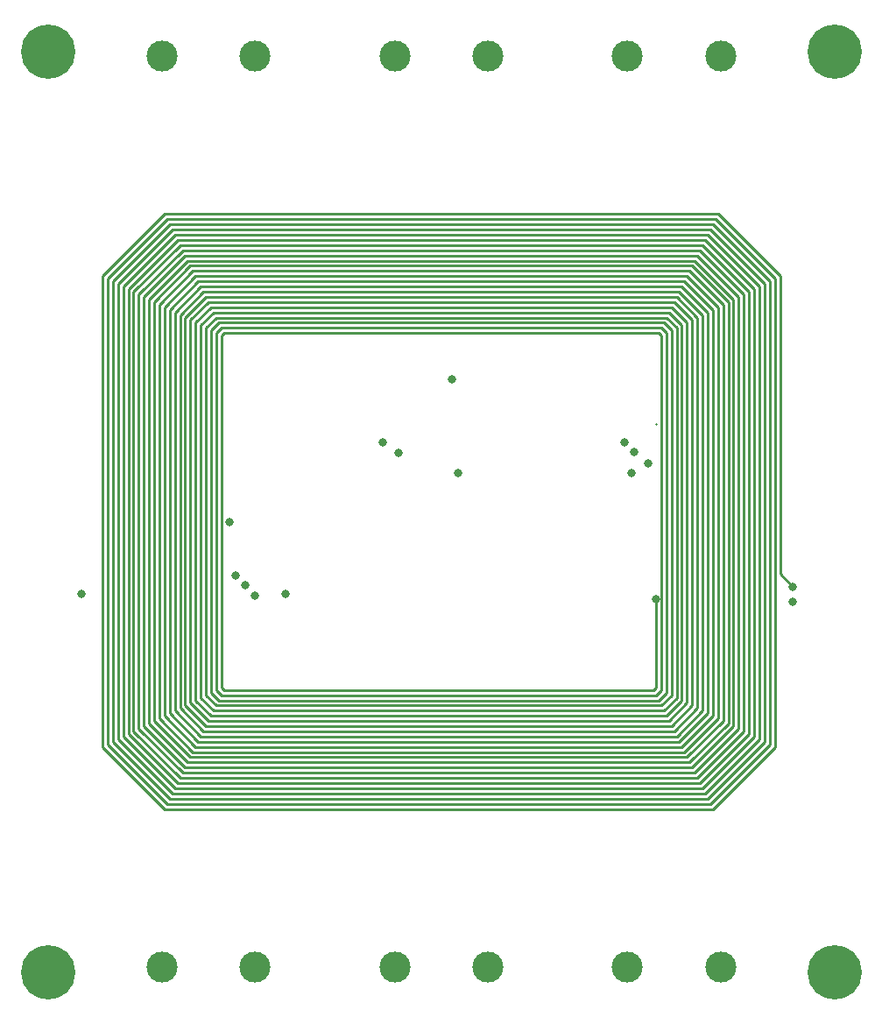
<source format=gbr>
%TF.GenerationSoftware,KiCad,Pcbnew,(5.1.10)-1*%
%TF.CreationDate,2022-06-07T20:51:06-07:00*%
%TF.ProjectId,solar-panel-NoCutout,736f6c61-722d-4706-916e-656c2d4e6f43,1.1*%
%TF.SameCoordinates,Original*%
%TF.FileFunction,Copper,L3,Inr*%
%TF.FilePolarity,Positive*%
%FSLAX46Y46*%
G04 Gerber Fmt 4.6, Leading zero omitted, Abs format (unit mm)*
G04 Created by KiCad (PCBNEW (5.1.10)-1) date 2022-06-07 20:51:06*
%MOMM*%
%LPD*%
G01*
G04 APERTURE LIST*
%TA.AperFunction,ComponentPad*%
%ADD10C,3.000000*%
%TD*%
%TA.AperFunction,ComponentPad*%
%ADD11C,5.250000*%
%TD*%
%TA.AperFunction,ViaPad*%
%ADD12C,0.800000*%
%TD*%
%TA.AperFunction,Conductor*%
%ADD13C,0.250000*%
%TD*%
G04 APERTURE END LIST*
D10*
%TO.N,Net-(D2-Pad2)*%
%TO.C,SC4*%
X117500000Y-70750000D03*
%TO.N,Net-(SC4-Pad2)*%
X126500000Y-70750000D03*
%TD*%
D11*
%TO.N,Net-(J2-Pad1)*%
%TO.C,J2*%
X106500000Y-70300000D03*
%TD*%
%TO.N,Net-(J5-Pad1)*%
%TO.C,J5*%
X182500000Y-159300000D03*
%TD*%
%TO.N,Net-(J4-Pad1)*%
%TO.C,J4*%
X182500000Y-70300000D03*
%TD*%
%TO.N,Net-(J3-Pad1)*%
%TO.C,J3*%
X106500000Y-159300000D03*
%TD*%
D10*
%TO.N,GND*%
%TO.C,SC6*%
X171500000Y-70750000D03*
%TO.N,Net-(SC5-Pad2)*%
X162500000Y-70750000D03*
%TD*%
%TO.N,Net-(SC4-Pad2)*%
%TO.C,SC5*%
X140000000Y-70750000D03*
%TO.N,Net-(SC5-Pad2)*%
X149000000Y-70750000D03*
%TD*%
%TO.N,GND*%
%TO.C,SC3*%
X117500000Y-158750000D03*
%TO.N,Net-(SC2-Pad2)*%
X126500000Y-158750000D03*
%TD*%
%TO.N,Net-(SC2-Pad2)*%
%TO.C,SC2*%
X140000000Y-158750000D03*
%TO.N,Net-(SC1-Pad2)*%
X149000000Y-158750000D03*
%TD*%
%TO.N,Net-(SC1-Pad2)*%
%TO.C,SC1*%
X162500000Y-158750000D03*
%TO.N,Net-(D1-Pad2)*%
X171500000Y-158750000D03*
%TD*%
D12*
%TO.N,GND*%
X124000000Y-115750000D03*
X145500000Y-102000000D03*
X164465000Y-110109000D03*
X109750000Y-122750000D03*
%TO.N,+3V3*%
X162877500Y-110998000D03*
X146113500Y-110998000D03*
X126499999Y-122864501D03*
%TO.N,VSOLAR*%
X129476500Y-122682000D03*
%TO.N,SDA*%
X162177001Y-108075001D03*
X138876499Y-108075001D03*
X124587000Y-120967500D03*
%TO.N,SCL*%
X163131500Y-109029500D03*
X140335000Y-109045000D03*
X125564504Y-121894996D03*
%TO.N,Net-(U2-Pad6)*%
X178500000Y-122000000D03*
X178500000Y-123500000D03*
X165250000Y-123250000D03*
%TD*%
D13*
%TO.N,*%
X165250000Y-106250000D02*
X165250000Y-106250000D01*
%TO.N,Net-(U2-Pad6)*%
X165750000Y-97750000D02*
X165500000Y-97500000D01*
X121750000Y-132500000D02*
X122750000Y-133500000D01*
X166500000Y-95500000D02*
X122500000Y-95500000D01*
X165500000Y-97500000D02*
X123500000Y-97500000D01*
X167750000Y-96750000D02*
X166500000Y-95500000D01*
X121750000Y-97000000D02*
X121750000Y-132500000D01*
X122250000Y-132250000D02*
X123000000Y-133000000D01*
X165250000Y-131750000D02*
X165000000Y-132000000D01*
X121250000Y-96750000D02*
X121250000Y-132750000D01*
X123000000Y-133000000D02*
X165500000Y-133000000D01*
X123500000Y-132000000D02*
X123250000Y-131750000D01*
X166750000Y-97250000D02*
X166000000Y-96500000D01*
X167750000Y-133000000D02*
X167750000Y-96750000D01*
X119250000Y-140500000D02*
X169250000Y-140500000D01*
X123500000Y-132000000D02*
X165000000Y-132000000D01*
X166250000Y-132250000D02*
X166250000Y-97500000D01*
X122250000Y-97250000D02*
X122250000Y-132250000D01*
X165750000Y-97000000D02*
X123250000Y-97000000D01*
X123250000Y-97750000D02*
X123250000Y-131750000D01*
X165750000Y-132000000D02*
X165750000Y-97750000D01*
X165250000Y-132500000D02*
X165750000Y-132000000D01*
X165750000Y-133500000D02*
X166750000Y-132500000D01*
X166000000Y-96500000D02*
X123000000Y-96500000D01*
X122750000Y-96000000D02*
X121750000Y-97000000D01*
X123250000Y-132500000D02*
X165250000Y-132500000D01*
X122750000Y-97500000D02*
X122750000Y-132000000D01*
X122750000Y-132000000D02*
X123250000Y-132500000D01*
X123250000Y-97000000D02*
X122750000Y-97500000D01*
X168750000Y-96250000D02*
X167000000Y-94500000D01*
X166750000Y-132500000D02*
X166750000Y-97250000D01*
X166250000Y-97500000D02*
X165750000Y-97000000D01*
X123500000Y-97500000D02*
X123250000Y-97750000D01*
X165500000Y-133000000D02*
X166250000Y-132250000D01*
X122750000Y-133500000D02*
X165750000Y-133500000D01*
X122250000Y-134500000D02*
X166250000Y-134500000D01*
X123000000Y-96500000D02*
X122250000Y-97250000D01*
X121250000Y-132750000D02*
X122500000Y-134000000D01*
X168250000Y-96500000D02*
X166750000Y-95000000D01*
X167250000Y-97000000D02*
X166250000Y-96000000D01*
X167000000Y-136000000D02*
X169250000Y-133750000D01*
X113750000Y-93000000D02*
X113750000Y-136500000D01*
X167750000Y-137500000D02*
X170750000Y-134500000D01*
X169250000Y-96000000D02*
X167250000Y-94000000D01*
X118000000Y-86500000D02*
X112250000Y-92250000D01*
X174750000Y-93250000D02*
X170000000Y-88500000D01*
X173750000Y-93750000D02*
X169500000Y-89500000D01*
X170000000Y-142000000D02*
X175250000Y-136750000D01*
X113750000Y-136500000D02*
X118750000Y-141500000D01*
X170250000Y-88000000D02*
X118750000Y-88000000D01*
X120250000Y-96250000D02*
X120250000Y-133250000D01*
X114750000Y-136000000D02*
X119250000Y-140500000D01*
X120750000Y-133000000D02*
X122250000Y-134500000D01*
X167250000Y-132750000D02*
X167250000Y-97000000D01*
X122000000Y-135000000D02*
X166500000Y-135000000D01*
X121750000Y-135500000D02*
X166750000Y-135500000D01*
X118250000Y-87000000D02*
X112750000Y-92500000D01*
X169500000Y-141000000D02*
X174250000Y-136250000D01*
X166750000Y-95000000D02*
X122250000Y-95000000D01*
X119000000Y-141000000D02*
X169500000Y-141000000D01*
X175250000Y-93000000D02*
X170250000Y-88000000D01*
X166250000Y-134500000D02*
X167750000Y-133000000D01*
X112750000Y-92500000D02*
X112750000Y-137000000D01*
X167750000Y-93000000D02*
X121250000Y-93000000D01*
X169750000Y-134000000D02*
X169750000Y-95750000D01*
X168750000Y-133500000D02*
X168750000Y-96250000D01*
X170000000Y-88500000D02*
X119000000Y-88500000D01*
X118500000Y-142000000D02*
X170000000Y-142000000D01*
X118750000Y-88000000D02*
X113750000Y-93000000D01*
X119250000Y-89000000D02*
X114750000Y-93500000D01*
X170750000Y-134500000D02*
X170750000Y-95250000D01*
X114250000Y-93250000D02*
X114250000Y-136250000D01*
X122250000Y-95000000D02*
X120750000Y-96500000D01*
X120250000Y-133250000D02*
X122000000Y-135000000D01*
X112250000Y-137250000D02*
X118000000Y-143000000D01*
X174250000Y-136250000D02*
X174250000Y-93500000D01*
X169750000Y-89000000D02*
X119250000Y-89000000D01*
X122500000Y-95500000D02*
X121250000Y-96750000D01*
X118750000Y-141500000D02*
X169750000Y-141500000D01*
X166000000Y-134000000D02*
X167250000Y-132750000D01*
X167250000Y-94000000D02*
X121750000Y-94000000D01*
X174250000Y-93500000D02*
X169750000Y-89000000D01*
X121750000Y-94000000D02*
X119750000Y-96000000D01*
X122000000Y-94500000D02*
X120250000Y-96250000D01*
X122500000Y-134000000D02*
X166000000Y-134000000D01*
X170750000Y-95250000D02*
X168000000Y-92500000D01*
X169250000Y-133750000D02*
X169250000Y-96000000D01*
X166750000Y-135500000D02*
X168750000Y-133500000D01*
X175250000Y-136750000D02*
X175250000Y-93000000D01*
X166250000Y-96000000D02*
X122750000Y-96000000D01*
X114750000Y-93500000D02*
X114750000Y-136000000D01*
X167000000Y-94500000D02*
X122000000Y-94500000D01*
X166500000Y-135000000D02*
X168250000Y-133250000D01*
X119750000Y-96000000D02*
X119750000Y-133500000D01*
X120750000Y-96500000D02*
X120750000Y-133000000D01*
X171250000Y-86000000D02*
X117750000Y-86000000D01*
X168250000Y-133250000D02*
X168250000Y-96500000D01*
X169250000Y-140500000D02*
X173750000Y-136000000D01*
X119750000Y-133500000D02*
X121750000Y-135500000D01*
X167500000Y-137000000D02*
X170250000Y-134250000D01*
X112750000Y-137000000D02*
X118250000Y-142500000D01*
X112250000Y-92250000D02*
X112250000Y-137250000D01*
X173250000Y-135750000D02*
X173250000Y-94000000D01*
X174750000Y-136500000D02*
X174750000Y-93250000D01*
X119500000Y-140000000D02*
X169000000Y-140000000D01*
X121250000Y-93000000D02*
X118750000Y-95500000D01*
X170750000Y-143500000D02*
X176750000Y-137500000D01*
X121250000Y-136500000D02*
X167250000Y-136500000D01*
X119000000Y-88500000D02*
X114250000Y-93250000D01*
X169000000Y-140000000D02*
X173250000Y-135750000D01*
X173250000Y-94000000D02*
X169250000Y-90000000D01*
X121500000Y-93500000D02*
X119250000Y-95750000D01*
X114250000Y-136250000D02*
X119000000Y-141000000D01*
X121000000Y-137000000D02*
X167500000Y-137000000D01*
X167250000Y-136500000D02*
X169750000Y-134000000D01*
X169500000Y-89500000D02*
X119500000Y-89500000D01*
X176250000Y-137250000D02*
X176250000Y-92500000D01*
X176750000Y-137500000D02*
X176750000Y-92250000D01*
X170250000Y-95500000D02*
X167750000Y-93000000D01*
X118500000Y-87500000D02*
X113250000Y-92750000D01*
X111750000Y-92000000D02*
X111750000Y-137500000D01*
X175750000Y-92750000D02*
X170500000Y-87500000D01*
X115250000Y-93750000D02*
X115250000Y-135750000D01*
X117750000Y-86000000D02*
X111750000Y-92000000D01*
X173750000Y-136000000D02*
X173750000Y-93750000D01*
X169750000Y-141500000D02*
X174750000Y-136500000D01*
X118000000Y-143000000D02*
X170500000Y-143000000D01*
X111750000Y-137500000D02*
X117750000Y-143500000D01*
X170250000Y-142500000D02*
X175750000Y-137000000D01*
X113250000Y-136750000D02*
X118500000Y-142000000D01*
X115250000Y-135750000D02*
X119500000Y-140000000D01*
X171000000Y-86500000D02*
X118000000Y-86500000D01*
X170500000Y-87500000D02*
X118500000Y-87500000D01*
X175750000Y-137000000D02*
X175750000Y-92750000D01*
X119500000Y-89500000D02*
X115250000Y-93750000D01*
X117250000Y-94750000D02*
X117250000Y-134750000D01*
X171250000Y-134750000D02*
X171250000Y-95000000D01*
X113250000Y-92750000D02*
X113250000Y-136750000D01*
X118250000Y-134250000D02*
X121000000Y-137000000D01*
X116250000Y-94250000D02*
X116250000Y-135250000D01*
X168250000Y-138500000D02*
X171750000Y-135000000D01*
X169750000Y-95750000D02*
X167500000Y-93500000D01*
X119750000Y-139500000D02*
X168750000Y-139500000D01*
X172250000Y-94500000D02*
X168750000Y-91000000D01*
X177250000Y-92000000D02*
X171250000Y-86000000D01*
X117250000Y-134750000D02*
X120500000Y-138000000D01*
X172250000Y-135250000D02*
X172250000Y-94500000D01*
X171750000Y-94750000D02*
X168500000Y-91500000D01*
X120250000Y-91000000D02*
X116750000Y-94500000D01*
X120000000Y-139000000D02*
X168500000Y-139000000D01*
X170750000Y-87000000D02*
X118250000Y-87000000D01*
X168500000Y-139000000D02*
X172250000Y-135250000D01*
X121500000Y-136000000D02*
X167000000Y-136000000D01*
X168750000Y-91000000D02*
X120250000Y-91000000D01*
X168000000Y-138000000D02*
X171250000Y-134750000D01*
X176250000Y-92500000D02*
X170750000Y-87000000D01*
X167500000Y-93500000D02*
X121500000Y-93500000D01*
X118750000Y-134000000D02*
X121250000Y-136500000D01*
X120750000Y-92000000D02*
X117750000Y-95000000D01*
X115750000Y-135500000D02*
X119750000Y-139500000D01*
X120000000Y-90500000D02*
X116250000Y-94250000D01*
X172750000Y-135500000D02*
X172750000Y-94250000D01*
X121000000Y-92500000D02*
X118250000Y-95250000D01*
X169000000Y-90500000D02*
X120000000Y-90500000D01*
X120750000Y-137500000D02*
X167750000Y-137500000D01*
X119750000Y-90000000D02*
X115750000Y-94000000D01*
X172750000Y-94250000D02*
X169000000Y-90500000D01*
X120500000Y-91500000D02*
X117250000Y-94750000D01*
X120500000Y-138000000D02*
X168000000Y-138000000D01*
X115750000Y-94000000D02*
X115750000Y-135500000D01*
X116250000Y-135250000D02*
X120000000Y-139000000D01*
X176750000Y-92250000D02*
X171000000Y-86500000D01*
X119250000Y-133750000D02*
X121500000Y-136000000D01*
X171750000Y-135000000D02*
X171750000Y-94750000D01*
X118250000Y-142500000D02*
X170250000Y-142500000D01*
X119250000Y-95750000D02*
X119250000Y-133750000D01*
X168750000Y-139500000D02*
X172750000Y-135500000D01*
X168250000Y-92000000D02*
X120750000Y-92000000D01*
X117750000Y-95000000D02*
X117750000Y-134500000D01*
X168000000Y-92500000D02*
X121000000Y-92500000D01*
X118750000Y-95500000D02*
X118750000Y-134000000D01*
X118250000Y-95250000D02*
X118250000Y-134250000D01*
X169250000Y-90000000D02*
X119750000Y-90000000D01*
X171250000Y-95000000D02*
X168250000Y-92000000D01*
X117750000Y-134500000D02*
X120750000Y-137500000D01*
X116750000Y-94500000D02*
X116750000Y-135000000D01*
X168500000Y-91500000D02*
X120500000Y-91500000D01*
X117750000Y-143500000D02*
X170750000Y-143500000D01*
X116750000Y-135000000D02*
X120250000Y-138500000D01*
X170250000Y-134250000D02*
X170250000Y-95500000D01*
X120250000Y-138500000D02*
X168250000Y-138500000D01*
X170500000Y-143000000D02*
X176250000Y-137250000D01*
X165250000Y-131750000D02*
X165250000Y-123250000D01*
X177250000Y-113250000D02*
X177250000Y-113000000D01*
X177250000Y-113000000D02*
X177250000Y-92000000D01*
X177250000Y-113000000D02*
X177250000Y-119500000D01*
X177250000Y-119500000D02*
X177250000Y-120750000D01*
X177250000Y-120750000D02*
X178500000Y-122000000D01*
X178500000Y-122000000D02*
X178500000Y-122000000D01*
%TD*%
M02*

</source>
